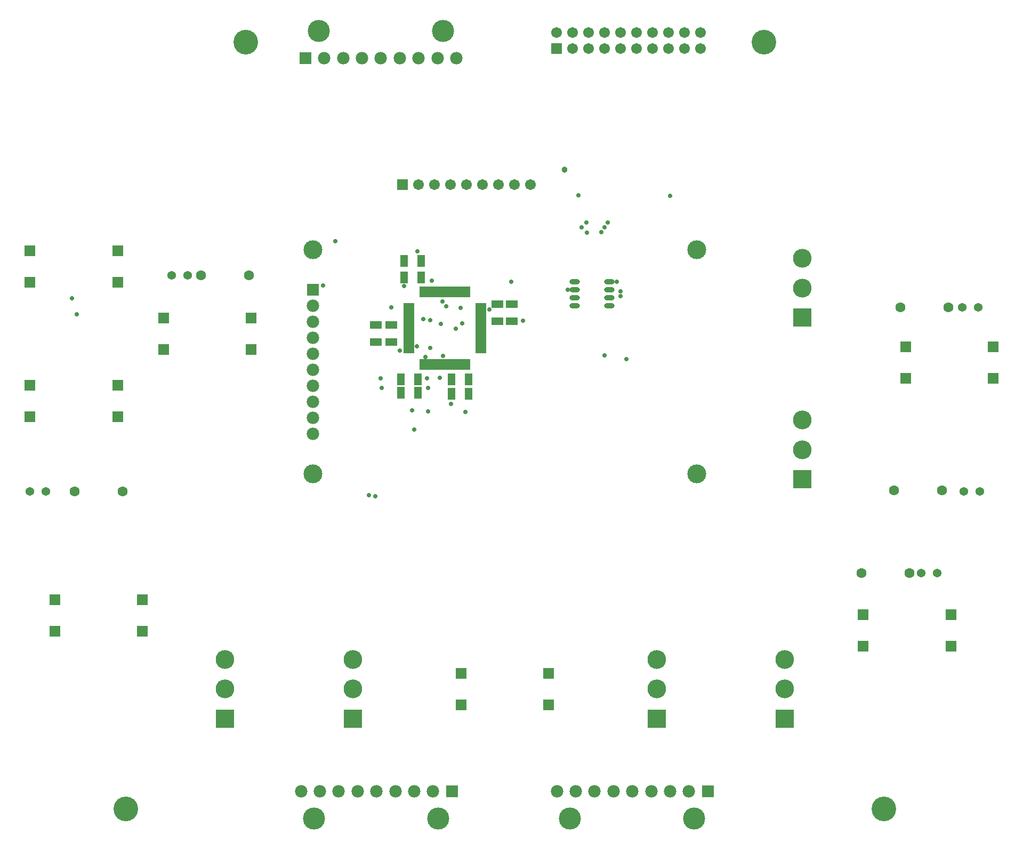
<source format=gts>
G04*
G04 #@! TF.GenerationSoftware,Altium Limited,Altium Designer,19.1.5 (86)*
G04*
G04 Layer_Color=8388736*
%FSLAX25Y25*%
%MOIN*%
G70*
G01*
G75*
%ADD27R,0.06902X0.07099*%
%ADD28R,0.05131X0.07493*%
%ADD29R,0.07493X0.05131*%
%ADD30R,0.01981X0.06509*%
%ADD31R,0.06509X0.01981*%
%ADD32O,0.06509X0.03162*%
%ADD33C,0.05400*%
%ADD34R,0.07800X0.07800*%
%ADD35C,0.07800*%
%ADD36C,0.13800*%
%ADD37C,0.15400*%
%ADD38R,0.06706X0.06706*%
%ADD39C,0.06706*%
%ADD40C,0.06312*%
%ADD41C,0.11800*%
%ADD42R,0.11725X0.11725*%
%ADD43C,0.11725*%
%ADD44C,0.02800*%
%ADD45C,0.03800*%
D27*
X234539Y109843D02*
D03*
X289461D02*
D03*
X234539Y90157D02*
D03*
X289461D02*
D03*
X48539Y331843D02*
D03*
X103461D02*
D03*
X48539Y312157D02*
D03*
X103461D02*
D03*
X35461Y136157D02*
D03*
X-19461D02*
D03*
X35461Y155843D02*
D03*
X-19461D02*
D03*
X567461Y294157D02*
D03*
X512539D02*
D03*
X567461Y313843D02*
D03*
X512539D02*
D03*
X540961Y126657D02*
D03*
X486039D02*
D03*
X540961Y146343D02*
D03*
X486039D02*
D03*
X-34961Y289843D02*
D03*
X19961D02*
D03*
X-34961Y270157D02*
D03*
X19961D02*
D03*
X-34961Y373843D02*
D03*
X19961D02*
D03*
X-34961Y354157D02*
D03*
X19961D02*
D03*
D28*
X197185Y285000D02*
D03*
X207815D02*
D03*
X197185Y293500D02*
D03*
X207815D02*
D03*
X239315Y284500D02*
D03*
X228685D02*
D03*
X239315Y293500D02*
D03*
X228685D02*
D03*
X199185Y367500D02*
D03*
X209815D02*
D03*
X199185Y357000D02*
D03*
X209815D02*
D03*
D29*
X191000Y327315D02*
D03*
Y316685D02*
D03*
X181500Y327315D02*
D03*
Y316685D02*
D03*
X266500Y340500D02*
D03*
Y329870D02*
D03*
X257500Y340315D02*
D03*
Y329685D02*
D03*
D30*
X209736Y348138D02*
D03*
X211705D02*
D03*
X213673D02*
D03*
X215642D02*
D03*
X217610D02*
D03*
X219579D02*
D03*
X221547D02*
D03*
X223516D02*
D03*
X225484D02*
D03*
X227453D02*
D03*
X229421D02*
D03*
X231390D02*
D03*
X233358D02*
D03*
X235327D02*
D03*
X237295D02*
D03*
X239264D02*
D03*
Y302862D02*
D03*
X237295D02*
D03*
X235327D02*
D03*
X233358D02*
D03*
X231390D02*
D03*
X229421D02*
D03*
X227453D02*
D03*
X225484D02*
D03*
X223516D02*
D03*
X221547D02*
D03*
X219579D02*
D03*
X217610D02*
D03*
X215642D02*
D03*
X213673D02*
D03*
X211705D02*
D03*
X209736D02*
D03*
D31*
X247138Y340264D02*
D03*
Y338295D02*
D03*
Y336327D02*
D03*
Y334358D02*
D03*
Y332390D02*
D03*
Y330421D02*
D03*
Y328453D02*
D03*
Y326484D02*
D03*
Y324516D02*
D03*
Y322547D02*
D03*
Y320579D02*
D03*
Y318610D02*
D03*
Y316642D02*
D03*
Y314673D02*
D03*
Y312705D02*
D03*
Y310736D02*
D03*
X201862D02*
D03*
Y312705D02*
D03*
Y314673D02*
D03*
Y316642D02*
D03*
Y318610D02*
D03*
Y320579D02*
D03*
Y322547D02*
D03*
Y324516D02*
D03*
Y326484D02*
D03*
Y328453D02*
D03*
Y330421D02*
D03*
Y332390D02*
D03*
Y334358D02*
D03*
Y336327D02*
D03*
Y338295D02*
D03*
Y340264D02*
D03*
D32*
X327228Y339500D02*
D03*
Y344500D02*
D03*
Y349500D02*
D03*
Y354500D02*
D03*
X305772Y339500D02*
D03*
Y344500D02*
D03*
Y349500D02*
D03*
Y354500D02*
D03*
D33*
X532500Y172500D02*
D03*
X522500D02*
D03*
X559000Y223500D02*
D03*
X549000D02*
D03*
X558000Y338500D02*
D03*
X548000D02*
D03*
X-35000Y223500D02*
D03*
X-25000D02*
D03*
X53559Y358500D02*
D03*
X63559D02*
D03*
D34*
X228950Y36000D02*
D03*
X388950D02*
D03*
X137300Y494000D02*
D03*
X142000Y349500D02*
D03*
D35*
X217150Y36000D02*
D03*
X205350D02*
D03*
X193550D02*
D03*
X181750D02*
D03*
X169950D02*
D03*
X158150D02*
D03*
X146350D02*
D03*
X134550D02*
D03*
X377150D02*
D03*
X365350D02*
D03*
X353550D02*
D03*
X341750D02*
D03*
X329950D02*
D03*
X318150D02*
D03*
X306350D02*
D03*
X294550D02*
D03*
X149100Y494000D02*
D03*
X160900D02*
D03*
X172700D02*
D03*
X184500D02*
D03*
X196300D02*
D03*
X208100D02*
D03*
X219900D02*
D03*
X231700D02*
D03*
X142000Y259500D02*
D03*
Y269500D02*
D03*
Y279500D02*
D03*
Y289500D02*
D03*
Y299500D02*
D03*
Y309500D02*
D03*
Y319500D02*
D03*
Y329500D02*
D03*
Y339500D02*
D03*
D36*
X220450Y19000D02*
D03*
X142850D02*
D03*
X380450D02*
D03*
X302850D02*
D03*
X145800Y511000D02*
D03*
X223400D02*
D03*
D37*
X25000Y25000D02*
D03*
X499000D02*
D03*
X424000Y504000D02*
D03*
X100000D02*
D03*
D38*
X198000Y415000D02*
D03*
X294500Y500000D02*
D03*
D39*
X218000Y415000D02*
D03*
X228000D02*
D03*
X238000D02*
D03*
X248000D02*
D03*
X258000D02*
D03*
X268000D02*
D03*
X278000D02*
D03*
X208000D02*
D03*
X384500Y510000D02*
D03*
X374500D02*
D03*
X364500D02*
D03*
X354500D02*
D03*
X344500D02*
D03*
X334500D02*
D03*
X324500D02*
D03*
X314500D02*
D03*
X304500D02*
D03*
X294500D02*
D03*
X384500Y500000D02*
D03*
X374500D02*
D03*
X364500D02*
D03*
X354500D02*
D03*
X344500D02*
D03*
X334500D02*
D03*
X324500D02*
D03*
X314500D02*
D03*
X304500D02*
D03*
D40*
X102000Y358500D02*
D03*
X72000D02*
D03*
X485000Y172500D02*
D03*
X515000D02*
D03*
X535500Y224000D02*
D03*
X505500D02*
D03*
X-7000Y223500D02*
D03*
X23000D02*
D03*
X509500Y338500D02*
D03*
X539500D02*
D03*
D41*
X142000Y374500D02*
D03*
Y234500D02*
D03*
X382000D02*
D03*
Y374500D02*
D03*
D42*
X87000Y81500D02*
D03*
X167000D02*
D03*
X357000D02*
D03*
X448000Y231000D02*
D03*
Y332000D02*
D03*
X437000Y81500D02*
D03*
D43*
X87000Y100004D02*
D03*
Y118508D02*
D03*
X167000Y100004D02*
D03*
Y118508D02*
D03*
X357000Y100004D02*
D03*
Y118508D02*
D03*
X448000Y249504D02*
D03*
Y268008D02*
D03*
Y369008D02*
D03*
Y350504D02*
D03*
X437000Y100004D02*
D03*
Y118508D02*
D03*
D44*
X148500Y352000D02*
D03*
X156050Y379950D02*
D03*
X334500Y348500D02*
D03*
Y345500D02*
D03*
X326500Y391500D02*
D03*
X324500Y388500D02*
D03*
X322500Y385500D02*
D03*
X266000Y354500D02*
D03*
X-5500Y334000D02*
D03*
X181000Y220500D02*
D03*
X177000Y221000D02*
D03*
X252500Y337000D02*
D03*
X301500Y349500D02*
D03*
X332000Y354500D02*
D03*
X273500Y330000D02*
D03*
X228500Y278000D02*
D03*
X199185Y351685D02*
D03*
X216500Y355000D02*
D03*
X207000Y314000D02*
D03*
X213500Y294000D02*
D03*
X214000Y273500D02*
D03*
X205500Y262000D02*
D03*
X204000Y274000D02*
D03*
X214000Y288000D02*
D03*
X185000D02*
D03*
X184500Y294000D02*
D03*
X212500Y307500D02*
D03*
X215500Y313000D02*
D03*
X191000Y338500D02*
D03*
X237500Y273000D02*
D03*
X207500Y373500D02*
D03*
X215500Y330500D02*
D03*
X196500Y311500D02*
D03*
X-8500Y344000D02*
D03*
X231445Y325055D02*
D03*
X338000Y306000D02*
D03*
X324500Y308500D02*
D03*
X235500Y328500D02*
D03*
X222000Y328000D02*
D03*
X310000Y388500D02*
D03*
X313500Y385000D02*
D03*
X211000Y331000D02*
D03*
X223000Y342000D02*
D03*
X225500Y339000D02*
D03*
X365500Y408000D02*
D03*
X308000Y408500D02*
D03*
X313000Y391500D02*
D03*
X234500Y338000D02*
D03*
X223500Y308000D02*
D03*
X221500Y294500D02*
D03*
D45*
X299500Y424500D02*
D03*
M02*

</source>
